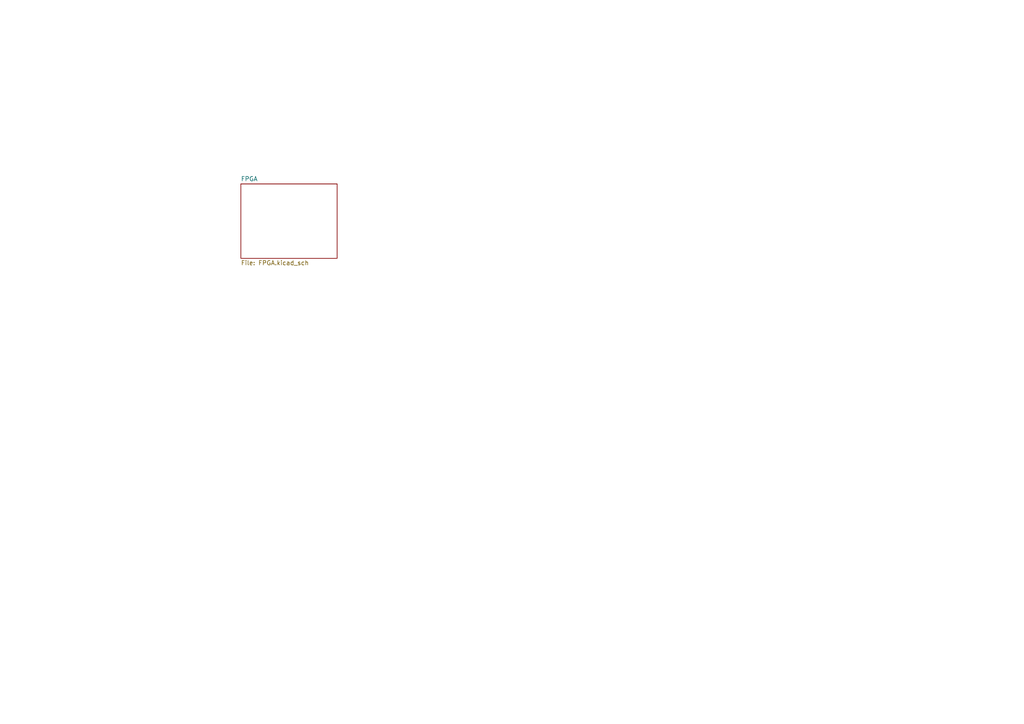
<source format=kicad_sch>
(kicad_sch
	(version 20250114)
	(generator "eeschema")
	(generator_version "9.0")
	(uuid "de705012-f0fb-4b23-929c-98742aa6def5")
	(paper "A4")
	(lib_symbols)
	(sheet
		(at 69.85 53.34)
		(size 27.94 21.59)
		(exclude_from_sim no)
		(in_bom yes)
		(on_board yes)
		(dnp no)
		(fields_autoplaced yes)
		(stroke
			(width 0.1524)
			(type solid)
		)
		(fill
			(color 0 0 0 0.0000)
		)
		(uuid "9ebb199d-5c8b-41dd-b601-8f5ebc1c419e")
		(property "Sheetname" "FPGA"
			(at 69.85 52.6284 0)
			(effects
				(font
					(size 1.27 1.27)
				)
				(justify left bottom)
			)
		)
		(property "Sheetfile" "FPGA.kicad_sch"
			(at 69.85 75.5146 0)
			(effects
				(font
					(size 1.27 1.27)
				)
				(justify left top)
			)
		)
		(property "Field2" ""
			(at 69.85 53.34 0)
			(effects
				(font
					(size 1.27 1.27)
				)
			)
		)
		(instances
			(project "risetRadar"
				(path "/de705012-f0fb-4b23-929c-98742aa6def5"
					(page "2")
				)
			)
		)
	)
	(sheet_instances
		(path "/"
			(page "1")
		)
	)
	(embedded_fonts no)
)

</source>
